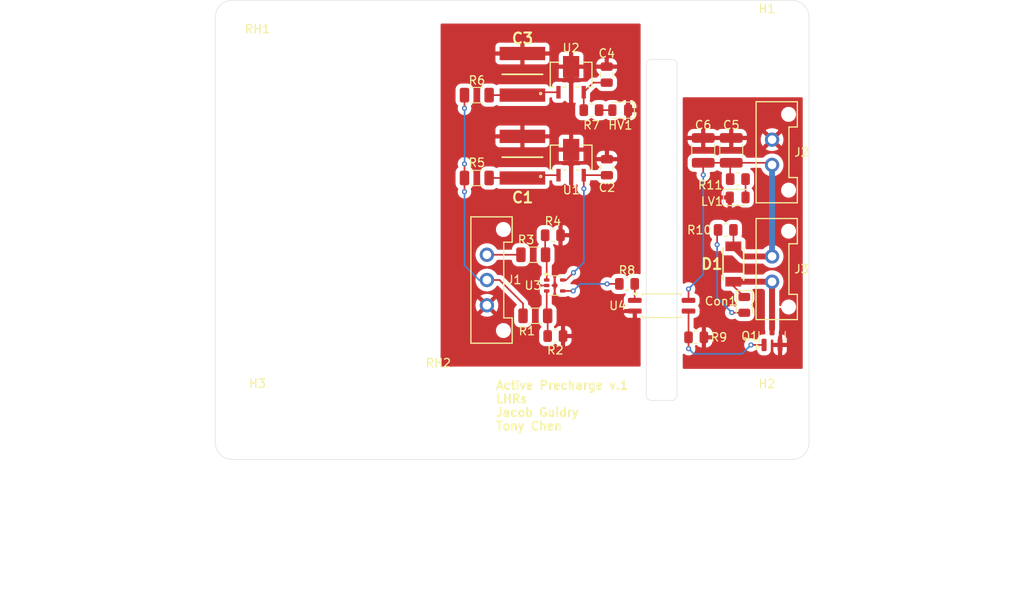
<source format=kicad_pcb>
(kicad_pcb (version 20240108) (generator "pcbnew") (generator_version "8.0")
  (layers (0 "F.Cu" signal) (31 "B.Cu" signal) (34 "B.Paste" user) (35 "F.Paste" user) (36 "B.SilkS" user "B.Silkscreen") (37 "F.SilkS" user "F.Silkscreen") (38 "B.Mask" user) (39 "F.Mask" user) (44 "Edge.Cuts" user))
  (net 0 "")
  (net 1 "+12V")
  (net 2 "LVGND")
  (net 3 "Net-(U1-IN)")
  (net 4 "HVGND")
  (net 5 "/SignalHV")
  (net 6 "/Vref")
  (net 7 "/Vin")
  (net 8 "HVRef")
  (net 9 "/HVIn")
  (net 10 "/SignalLV")
  (net 11 "Net-(HV1-A)")
  (net 12 "Net-(LV1-A)")
  (net 13 "Net-(U2-OUT)")
  (net 14 "Net-(Con1-K)")
  (net 15 "Net-(U2-IN)")
  (net 16 "/Vcc+")
  (net 17 "Net-(R8-Pad2)")
  (net 18 "Net-(Con1-A)")
  (footprint "Resistor_SMD:R_1206_3216Metric" (layer "F.Cu") (at 112.25 105.7)
    (property "Reference" "R1" (at -1 1.8 0) (layer "F.SilkS"))
    (property "Value" "110k")
    (fp_line (start -0.727064 -0.91) (end 0.727064 -0.91) (stroke (width 0.12)) (layer "F.SilkS"))
    (fp_line (start -0.727064 0.91) (end 0.727064 0.91) (stroke (width 0.12)) (layer "F.SilkS"))
    (pad "1" smd roundrect (at -1.4625 0) (size 1.125 1.75) (layers "F.Cu" "F.Paste" "F.Mask") (roundrect_rratio 0.222222) (net 8 "HVRef"))
    (pad "2" smd roundrect (at 1.4625 0) (size 1.125 1.75) (layers "F.Cu" "F.Paste" "F.Mask") (roundrect_rratio 0.222222) (net 6 "/Vref"))
  )
  (footprint "Active-PrechargeLib:CAPC5750X220N" (layer "F.Cu") (at 110.7155 77.0245 90)
    (property "Reference" "C3" (at 4.2645 0.0145 180) (layer "F.SilkS") (effects (font (size 1.27 1.27) (thickness 0.254))))
    (property "Value" "2.2u" (hide yes))
    (fp_line (start 0 -2.4) (end 0 2.4) (stroke (width 0.2)) (layer "F.SilkS"))
    (pad "1" smd rect (at -2.47 0 90) (size 1.58 5.41) (layers "F.Cu" "F.Paste" "F.Mask") (net 15 "Net-(U2-IN)"))
    (pad "2" smd rect (at 2.47 0 90) (size 1.58 5.41) (layers "F.Cu" "F.Paste" "F.Mask") (net 4 "HVGND"))
  )
  (footprint "Package_TO_SOT_SMD:SOT-23" (layer "F.Cu") (at 140.36 108.2175 90)
    (property "Reference" "Q1" (at 0.1125 -2.65 0) (layer "F.SilkS"))
    (property "Value" "IRLML0030")
    (fp_line (start 0 -1.56) (end 0.65 -1.56) (stroke (width 0.12)) (layer "F.SilkS"))
    (fp_line (start 0 -1.56) (end -0.65 -1.56) (stroke (width 0.12)) (layer "F.SilkS"))
    (fp_line (start 0 1.56) (end 0.65 1.56) (stroke (width 0.12)) (layer "F.SilkS"))
    (fp_line (start 0 1.56) (end -0.65 1.56) (stroke (width 0.12)) (layer "F.SilkS"))
    (fp_poly (pts (xy -1.1625 -1.51) (xy -1.4025 -1.84) (xy -0.9225 -1.84) (xy -1.1625 -1.51)) (stroke (width 0.12)) (fill solid) (layer "F.SilkS"))
    (pad "1" smd roundrect (at -0.9375 -0.95 90) (size 1.475 0.6) (layers "F.Cu" "F.Paste" "F.Mask") (net 10 "/SignalLV"))
    (pad "2" smd roundrect (at -0.9375 0.95 90) (size 1.475 0.6) (layers "F.Cu" "F.Paste" "F.Mask") (net 2 "LVGND"))
    (pad "3" smd roundrect (at 0.9375 0 90) (size 1.475 0.6) (layers "F.Cu" "F.Paste" "F.Mask") (net 14 "Net-(Con1-K)"))
  )
  (footprint "Resistor_SMD:R_1206_3216Metric" (layer "F.Cu") (at 112 98.45)
    (property "Reference" "R3" (at -0.85 -1.775 0) (layer "F.SilkS"))
    (property "Value" "100k")
    (fp_line (start -0.727064 -0.91) (end 0.727064 -0.91) (stroke (width 0.12)) (layer "F.SilkS"))
    (fp_line (start -0.727064 0.91) (end 0.727064 0.91) (stroke (width 0.12)) (layer "F.SilkS"))
    (pad "1" smd roundrect (at -1.4625 0) (size 1.125 1.75) (layers "F.Cu" "F.Paste" "F.Mask") (roundrect_rratio 0.222222) (net 9 "/HVIn"))
    (pad "2" smd roundrect (at 1.4625 0) (size 1.125 1.75) (layers "F.Cu" "F.Paste" "F.Mask") (roundrect_rratio 0.222222) (net 7 "/Vin"))
  )
  (footprint "Resistor_SMD:R_0805_2012Metric" (layer "F.Cu") (at 114.625 108.1)
    (property "Reference" "R2" (at 0 1.675 0) (layer "F.SilkS"))
    (property "Value" "1k")
    (fp_line (start -0.227064 -0.735) (end 0.227064 -0.735) (stroke (width 0.12)) (layer "F.SilkS"))
    (fp_line (start -0.227064 0.735) (end 0.227064 0.735) (stroke (width 0.12)) (layer "F.SilkS"))
    (pad "1" smd roundrect (at -0.9125 0) (size 1.025 1.4) (layers "F.Cu" "F.Paste" "F.Mask") (roundrect_rratio 0.243902) (net 6 "/Vref"))
    (pad "2" smd roundrect (at 0.9125 0) (size 1.025 1.4) (layers "F.Cu" "F.Paste" "F.Mask") (roundrect_rratio 0.243902) (net 4 "HVGND"))
  )
  (footprint "Resistor_SMD:R_1206_3216Metric" (layer "F.Cu") (at 105.3 89.3345)
    (property "Reference" "R5" (at 0 -1.82 0) (layer "F.SilkS"))
    (property "Value" "10k")
    (fp_line (start -0.727064 -0.91) (end 0.727064 -0.91) (stroke (width 0.12)) (layer "F.SilkS"))
    (fp_line (start -0.727064 0.91) (end 0.727064 0.91) (stroke (width 0.12)) (layer "F.SilkS"))
    (pad "1" smd roundrect (at -1.4625 0) (size 1.125 1.75) (layers "F.Cu" "F.Paste" "F.Mask") (roundrect_rratio 0.222222) (net 8 "HVRef"))
    (pad "2" smd roundrect (at 1.4625 0) (size 1.125 1.75) (layers "F.Cu" "F.Paste" "F.Mask") (roundrect_rratio 0.222222) (net 3 "Net-(U1-IN)"))
  )
  (footprint "utsvt-conn:Molex_MicroFit3.0_1x2xP3.00mm_PolarizingPeg_Vertical" (layer "F.Cu") (at 140.36 98.65 -90)
    (property "Reference" "J3" (at 1.5 -3.5 180) (layer "F.SilkS"))
    (property "Value" "Conn_01x02")
    (fp_line (start -4.5 1.9) (end -4.5 -3) (stroke (width 0.15)) (layer "F.SilkS"))
    (fp_line (start 7.5 1.9) (end -4.5 1.9) (stroke (width 0.15)) (layer "F.SilkS"))
    (fp_line (start -1.5 -2) (end 4.5 -2) (stroke (width 0.15)) (layer "F.SilkS"))
    (fp_line (start 4.5 -2) (end 4.5 -3) (stroke (width 0.15)) (layer "F.SilkS"))
    (fp_line (start -4.5 -3) (end -1.5 -3) (stroke (width 0.15)) (layer "F.SilkS"))
    (fp_line (start -1.5 -3) (end -1.5 -2) (stroke (width 0.15)) (layer "F.SilkS"))
    (fp_line (start 4.5 -3) (end 7.5 -3) (stroke (width 0.15)) (layer "F.SilkS"))
    (fp_line (start 7.5 -3) (end 7.5 1.9) (stroke (width 0.15)) (layer "F.SilkS"))
    (pad "" np_thru_hole circle (at -3 -1.96 270) (size 1.27 1.27) (drill 1.27) (layers "*.Cu" "*.Mask"))
    (pad "" np_thru_hole circle (at 6 -1.96 270) (size 1.27 1.27) (drill 1.27) (layers "*.Cu" "*.Mask"))
    (pad "1" thru_hole circle (at 0 0 270) (size 1.7 1.7) (drill 1.02) (layers "*.Cu" "*.Mask") (net 1 "+12V"))
    (pad "2" thru_hole circle (at 3 0 270) (size 1.7 1.7) (drill 1.02) (layers "*.Cu" "*.Mask") (net 14 "Net-(Con1-K)"))
  )
  (footprint "Capacitor_SMD:C_0805_2012Metric" (layer "F.Cu") (at 120.75 88.0545 90)
    (property "Reference" "C2" (at -2.4155 0.01 180) (layer "F.SilkS"))
    (property "Value" "22u")
    (fp_line (start -0.261252 -0.735) (end 0.261252 -0.735) (stroke (width 0.12)) (layer "F.SilkS"))
    (fp_line (start -0.261252 0.735) (end 0.261252 0.735) (stroke (width 0.12)) (layer "F.SilkS"))
    (pad "1" smd roundrect (at -0.95 0 90) (size 1 1.45) (layers "F.Cu" "F.Paste" "F.Mask") (net 16 "/Vcc+"))
    (pad "2" smd roundrect (at 0.95 0 90) (size 1 1.45) (layers "F.Cu" "F.Paste" "F.Mask") (net 4 "HVGND"))
  )
  (footprint "Resistor_SMD:R_0805_2012Metric" (layer "F.Cu") (at 123.1375 101.91)
    (property "Reference" "R8" (at -0.0075 -1.6 180) (layer "F.SilkS"))
    (property "Value" "1.91k")
    (fp_line (start -0.227064 -0.735) (end 0.227064 -0.735) (stroke (width 0.12)) (layer "F.SilkS"))
    (fp_line (start -0.227064 0.735) (end 0.227064 0.735) (stroke (width 0.12)) (layer "F.SilkS"))
    (pad "1" smd roundrect (at -0.9125 0) (size 1.025 1.4) (layers "F.Cu" "F.Paste" "F.Mask") (roundrect_rratio 0.243902) (net 5 "/SignalHV"))
    (pad "2" smd roundrect (at 0.9125 0) (size 1.025 1.4) (layers "F.Cu" "F.Paste" "F.Mask") (roundrect_rratio 0.243902) (net 17 "Net-(R8-Pad2)"))
  )
  (footprint "Package_SO:SOP-4_4.4x2.6mm_P1.27mm" (layer "F.Cu") (at 127.25 104.5)
    (property "Reference" "U4" (at -5.225 0 0) (layer "F.SilkS"))
    (property "Value" "TCMT1106")
    (fp_line (start -2.31 -1.41) (end -2.31 -1.195) (stroke (width 0.12)) (layer "F.SilkS"))
    (fp_line (start -2.31 1.41) (end -2.31 1.195) (stroke (width 0.12)) (layer "F.SilkS"))
    (fp_line (start 0 -1.41) (end -2.31 -1.41) (stroke (width 0.12)) (layer "F.SilkS"))
    (fp_line (start 0 -1.41) (end 2.31 -1.41) (stroke (width 0.12)) (layer "F.SilkS"))
    (fp_line (start 0 1.41) (end -2.31 1.41) (stroke (width 0.12)) (layer "F.SilkS"))
    (fp_line (start 0 1.41) (end 2.31 1.41) (stroke (width 0.12)) (layer "F.SilkS"))
    (fp_line (start 2.31 -1.41) (end 2.31 -1.195) (stroke (width 0.12)) (layer "F.SilkS"))
    (fp_line (start 2.31 1.41) (end 2.31 1.195) (stroke (width 0.12)) (layer "F.SilkS"))
    (fp_poly (pts (xy -3.1 -1.195) (xy -3.34 -1.525) (xy -2.86 -1.525) (xy -3.1 -1.195)) (stroke (width 0.12)) (fill solid) (layer "F.SilkS"))
    (pad "1" smd roundrect (at -3.1875 -0.635) (size 1.625 0.6) (layers "F.Cu" "F.Paste" "F.Mask") (net 17 "Net-(R8-Pad2)"))
    (pad "2" smd roundrect (at -3.1875 0.635) (size 1.625 0.6) (layers "F.Cu" "F.Paste" "F.Mask") (net 4 "HVGND"))
    (pad "3" smd roundrect (at 3.1875 0.635) (size 1.625 0.6) (layers "F.Cu" "F.Paste" "F.Mask") (net 10 "/SignalLV"))
    (pad "4" smd roundrect (at 3.1875 -0.635) (size 1.625 0.6) (layers "F.Cu" "F.Paste" "F.Mask") (net 1 "+12V"))
  )
  (footprint "Active-PrechargeLib:CAPC5750X220N" (layer "F.Cu") (at 110.7155 86.8645 90)
    (property "Reference" "C1" (at -4.7955 0.0245 0) (layer "F.SilkS") (effects (font (size 1.27 1.27) (thickness 0.254))))
    (property "Value" "2.2u" (hide yes))
    (fp_line (start 0 -2.4) (end 0 2.4) (stroke (width 0.2)) (layer "F.SilkS"))
    (pad "1" smd rect (at -2.47 0 90) (size 1.58 5.41) (layers "F.Cu" "F.Paste" "F.Mask") (net 3 "Net-(U1-IN)"))
    (pad "2" smd rect (at 2.47 0 90) (size 1.58 5.41) (layers "F.Cu" "F.Paste" "F.Mask") (net 4 "HVGND"))
  )
  (footprint "MountingHole:MountingHole_3mm" (layer "F.Cu") (at 79.25 117.75)
    (property "Reference" "H3" (at 0 -4 0) (layer "F.SilkS"))
    (property "Value" "MountingHole")
    (pad "" np_thru_hole circle (at 0 0) (size 3 3) (drill 3) (layers "*.Cu" "*.Mask"))
  )
  (footprint "Resistor_SMD:R_0805_2012Metric" (layer "F.Cu") (at 118.91 81.28)
    (property "Reference" "R7" (at 0.01 1.78 180) (layer "F.SilkS"))
    (property "Value" "1600")
    (fp_line (start -0.227064 -0.735) (end 0.227064 -0.735) (stroke (width 0.12)) (layer "F.SilkS"))
    (fp_line (start -0.227064 0.735) (end 0.227064 0.735) (stroke (width 0.12)) (layer "F.SilkS"))
    (pad "1" smd roundrect (at -0.9125 0) (size 1.025 1.4) (layers "F.Cu" "F.Paste" "F.Mask") (roundrect_rratio 0.243902) (net 13 "Net-(U2-OUT)"))
    (pad "2" smd roundrect (at 0.9125 0) (size 1.025 1.4) (layers "F.Cu" "F.Paste" "F.Mask") (roundrect_rratio 0.243902) (net 11 "Net-(HV1-A)"))
  )
  (footprint "Capacitor_SMD:C_1210_3225Metric" (layer "F.Cu") (at 132.185 86.055 90)
    (property "Reference" "C6" (at 3.01 -0.005 180) (layer "F.SilkS"))
    (property "Value" "47u")
    (fp_line (start -0.711252 -1.36) (end 0.711252 -1.36) (stroke (width 0.12)) (layer "F.SilkS"))
    (fp_line (start -0.711252 1.36) (end 0.711252 1.36) (stroke (width 0.12)) (layer "F.SilkS"))
    (pad "1" smd roundrect (at -1.475 0 90) (size 1.15 2.7) (layers "F.Cu" "F.Paste" "F.Mask") (roundrect_rratio 0.217391) (net 1 "+12V"))
    (pad "2" smd roundrect (at 1.475 0 90) (size 1.15 2.7) (layers "F.Cu" "F.Paste" "F.Mask") (roundrect_rratio 0.217391) (net 2 "LVGND"))
  )
  (footprint "MountingHole:MountingHole_3.2mm_M3" (layer "F.Cu") (at 100.7 115.5)
    (property "Reference" "RH2" (at 0.03 -4.19 0) (layer "F.SilkS"))
    (property "Value" "MountingHole")
    (pad "" np_thru_hole circle (at 0 0) (size 3.2 3.2) (drill 3.2) (layers "*.Cu" "*.Mask"))
  )
  (footprint "Active-PrechargeLib:SODFL4724X108N" (layer "F.Cu") (at 135.76 99.55 -90)
    (property "Reference" "D1" (at 0 2.55 180) (layer "F.SilkS") (effects (font (size 1.27 1.27) (thickness 0.254))))
    (property "Value" "D" (hide yes))
    (fp_line (start -1.9 1.225) (end 1.9 1.225) (stroke (width 0.2)) (layer "F.SilkS"))
    (fp_line (start -2.67 -1.225) (end 1.9 -1.225) (stroke (width 0.2)) (layer "F.SilkS"))
    (pad "1" smd rect (at -2.1 0 270) (size 1.14 1.89) (layers "F.Cu" "F.Paste" "F.Mask") (net 1 "+12V"))
    (pad "2" smd rect (at 2.1 0 270) (size 1.14 1.89) (layers "F.Cu" "F.Paste" "F.Mask") (net 14 "Net-(Con1-K)"))
  )
  (footprint "Capacitor_SMD:C_1210_3225Metric" (layer "F.Cu") (at 135.51 86.055 90)
    (property "Reference" "C5" (at 3 0.01 180) (layer "F.SilkS"))
    (property "Value" "47u")
    (fp_line (start -0.711252 -1.36) (end 0.711252 -1.36) (stroke (width 0.12)) (layer "F.SilkS"))
    (fp_line (start -0.711252 1.36) (end 0.711252 1.36) (stroke (width 0.12)) (layer "F.SilkS"))
    (pad "1" smd roundrect (at -1.475 0 90) (size 1.15 2.7) (layers "F.Cu" "F.Paste" "F.Mask") (roundrect_rratio 0.217391) (net 1 "+12V"))
    (pad "2" smd roundrect (at 1.475 0 90) (size 1.15 2.7) (layers "F.Cu" "F.Paste" "F.Mask") (roundrect_rratio 0.217391) (net 2 "LVGND"))
  )
  (footprint "Active-PrechargeLib:SOT-89-3_2P7X4P7_ONS" (layer "F.Cu") (at 116.5 86.9045)
    (property "Reference" "U1" (at 0.02 3.8555 0) (layer "F.SilkS"))
    (property "Value" "NCP785AH50T1G")
    (fp_line (start -2.4765 -1.4732) (end -2.4765 1.4732) (stroke (width 0.1524)) (layer "F.SilkS"))
    (fp_line (start -2.4765 1.4732) (end -2.08674 1.4732) (stroke (width 0.1524)) (layer "F.SilkS"))
    (fp_line (start -1.29794 -1.4732) (end -2.4765 -1.4732) (stroke (width 0.1524)) (layer "F.SilkS"))
    (fp_line (start -0.91326 1.4732) (end -0.58674 1.4732) (stroke (width 0.1524)) (layer "F.SilkS"))
    (fp_line (start 0.58674 1.4732) (end 0.91326 1.4732) (stroke (width 0.1524)) (layer "F.SilkS"))
    (fp_line (start 2.08674 1.4732) (end 2.4765 1.4732) (stroke (width 0.1524)) (layer "F.SilkS"))
    (fp_line (start 2.4765 -1.4732) (end 1.29794 -1.4732) (stroke (width 0.1524)) (layer "F.SilkS"))
    (fp_line (start 2.4765 1.4732) (end 2.4765 -1.4732) (stroke (width 0.1524)) (layer "F.SilkS"))
    (fp_circle (center -3.6195 2.2479) (end -3.4925 2.2479) (stroke (width 0.1524)) (fill none) (layer "F.SilkS"))
    (pad "1" smd rect (at -1.5 2.0955) (size 0.508 1.4986) (layers "F.Cu" "F.Paste" "F.Mask") (net 3 "Net-(U1-IN)"))
    (pad "2" smd rect (at 0 -0.9398 90) (size 2.54 1.9304) (layers "F.Cu" "F.Paste" "F.Mask") (net 4 "HVGND"))
    (pad "2" smd trapezoid (at 0 0.6651 270) (size 0.6698 1.25) (rect_delta 0.6 0) (layers "F.Cu" "F.Paste" "F.Mask") (net 4 "HVGND"))
    (pad "2" smd rect (at 0 1.9224) (size 0.508 1.8448) (layers "F.Cu" "F.Paste" "F.Mask") (net 4 "HVGND"))
    (pad "3" smd rect (at 1.5 2.0955) (size 0.508 1.4986) (layers "F.Cu" "F.Paste" "F.Mask") (net 16 "/Vcc+"))
  )
  (footprint "LED_SMD:LED_0805_2012Metric" (layer "F.Cu") (at 136.2725 91.6425)
    (property "Reference" "LV1" (at -3.0525 0.4775 0) (layer "F.SilkS"))
    (property "Value" "LED")
    (fp_line (start -1.685 -0.96) (end -1.685 0.96) (stroke (width 0.12)) (layer "F.SilkS"))
    (fp_line (start -1.685 0.96) (end 1 0.96) (stroke (width 0.12)) (layer "F.SilkS"))
    (fp_line (start 1 -0.96) (end -1.685 -0.96) (stroke (width 0.12)) (layer "F.SilkS"))
    (pad "1" smd roundrect (at -0.9375 0) (size 0.975 1.4) (layers "F.Cu" "F.Paste" "F.Mask") (net 2 "LVGND"))
    (pad "2" smd roundrect (at 0.9375 0) (size 0.975 1.4) (layers "F.Cu" "F.Paste" "F.Mask") (net 12 "Net-(LV1-A)"))
  )
  (footprint "Resistor_SMD:R_0805_2012Metric" (layer "F.Cu") (at 131.35 108.25)
    (property "Reference" "R9" (at 2.7 0 180) (layer "F.SilkS"))
    (property "Value" "10k")
    (fp_line (start -0.227064 -0.735) (end 0.227064 -0.735) (stroke (width 0.12)) (layer "F.SilkS"))
    (fp_line (start -0.227064 0.735) (end 0.227064 0.735) (stroke (width 0.12)) (layer "F.SilkS"))
    (pad "1" smd roundrect (at -0.9125 0) (size 1.025 1.4) (layers "F.Cu" "F.Paste" "F.Mask") (roundrect_rratio 0.243902) (net 10 "/SignalLV"))
    (pad "2" smd roundrect (at 0.9125 0) (size 1.025 1.4) (layers "F.Cu" "F.Paste" "F.Mask") (roundrect_rratio 0.243902) (net 2 "LVGND"))
  )
  (footprint "Resistor_SMD:R_0805_2012Metric" (layer "F.Cu") (at 136.2975 89.4675)
    (property "Reference" "R11" (at -3.2775 0.7125 0) (layer "F.SilkS"))
    (property "Value" "5k")
    (fp_line (start -0.227064 -0.735) (end 0.227064 -0.735) (stroke (width 0.12)) (layer "F.SilkS"))
    (fp_line (start -0.227064 0.735) (end 0.227064 0.735) (stroke (width 0.12)) (layer "F.SilkS"))
    (pad "1" smd roundrect (at -0.9125 0) (size 1.025 1.4) (layers "F.Cu" "F.Paste" "F.Mask") (roundrect_rratio 0.243902) (net 1 "+12V"))
    (pad "2" smd roundrect (at 0.9125 0) (size 1.025 1.4) (layers "F.Cu" "F.Paste" "F.Mask") (roundrect_rratio 0.243902) (net 12 "Net-(LV1-A)"))
  )
  (footprint "MountingHole:MountingHole_3mm" (layer "F.Cu") (at 139.75 117.75)
    (property "Reference" "H2" (at 0 -3.975 0) (layer "F.SilkS"))
    (property "Value" "MountingHole")
    (pad "" np_thru_hole circle (at 0 0) (size 3 3) (drill 3) (layers "*.Cu" "*.Mask"))
  )
  (footprint "LED_SMD:LED_0805_2012Metric" (layer "F.Cu") (at 137.06 104.4 -90)
    (property "Reference" "Con1" (at -0.44 2.8 180) (layer "F.SilkS"))
    (property "Value" "LED")
    (fp_line (start -1.685 0.96) (end 1 0.96) (stroke (width 0.12)) (layer "F.SilkS"))
    (fp_line (start -1.685 -0.96) (end -1.685 0.96) (stroke (width 0.12)) (layer "F.SilkS"))
    (fp_line (start 1 -0.96) (end -1.685 -0.96) (stroke (width 0.12)) (layer "F.SilkS"))
    (pad "1" smd roundrect (at -0.9375 0 270) (size 0.975 1.4) (layers "F.Cu" "F.Paste" "F.Mask") (net 14 "Net-(Con1-K)"))
    (pad "2" smd roundrect (at 0.9375 0 270) (size 0.975 1.4) (layers "F.Cu" "F.Paste" "F.Mask") (net 18 "Net-(Con1-A)"))
  )
  (footprint "Active-PrechargeLib:SOT-89-3_2P7X4P7_ONS" (layer "F.Cu") (at 116.4955 77.058)
    (property "Reference" "U2" (at -0.0055 -3.158 0) (layer "F.SilkS"))
    (property "Value" "NCP785AH50T1G")
    (fp_line (start -2.4765 -1.4732) (end -2.4765 1.4732) (stroke (width 0.1524)) (layer "F.SilkS"))
    (fp_line (start -2.4765 1.4732) (end -2.08674 1.4732) (stroke (width 0.1524)) (layer "F.SilkS"))
    (fp_line (start -1.29794 -1.4732) (end -2.4765 -1.4732) (stroke (width 0.1524)) (layer "F.SilkS"))
    (fp_line (start -0.91326 1.4732) (end -0.58674 1.4732) (stroke (width 0.1524)) (layer "F.SilkS"))
    (fp_line (start 0.58674 1.4732) (end 0.91326 1.4732) (stroke (width 0.1524)) (layer "F.SilkS"))
    (fp_line (start 2.08674 1.4732) (end 2.4765 1.4732) (stroke (width 0.1524)) (layer "F.SilkS"))
    (fp_line (start 2.4765 -1.4732) (end 1.29794 -1.4732) (stroke (width 0.1524)) (layer "F.SilkS"))
    (fp_line (start 2.4765 1.4732) (end 2.4765 -1.4732) (stroke (width 0.1524)) (layer "F.SilkS"))
    (fp_circle (center -3.6195 2.2479) (end -3.4925 2.2479) (stroke (width 0.1524)) (fill none) (layer "F.SilkS"))
    (pad "1" smd rect (at -1.5 2.0955) (size 0.508 1.4986) (layers "F.Cu" "F.Paste" "F.Mask") (net 15 "Net-(U2-IN)"))
    (pad "2" smd rect (at 0 -0.9398 90) (size 2.54 1.9304) (layers "F.Cu" "F.Paste" "F.Mask") (net 4 "HVGND"))
    (pad "2" smd trapezoid (at 0 0.6651 270) (size 0.6698 1.25) (rect_delta 0.6 0) (layers "F.Cu" "F.Paste" "F.Mask") (net 4 "HVGND"))
    (pad "2" smd rect (at 0 1.9224) (size 0.508 1.8448) (layers "F.Cu" "F.Paste" "F.Mask") (net 4 "HVGND"))
    (pad "3" smd rect (at 1.5 2.0955) (size 0.508 1.4986) (layers "F.Cu" "F.Paste" "F.Mask") (net 13 "Net-(U2-OUT)"))
  )
  (footprint "Resistor_SMD:R_0805_2012Metric" (layer "F.Cu") (at 134.86 95.5)
    (property "Reference" "R10" (at -3.14 0.01 0) (layer "F.SilkS"))
    (property "Value" "5k")
    (fp_line (start -0.227064 -0.735) (end 0.227064 -0.735) (stroke (width 0.12)) (layer "F.SilkS"))
    (fp_line (start -0.227064 0.735) (end 0.227064 0.735) (stroke (width 0.12)) (layer "F.SilkS"))
    (pad "1" smd roundrect (at -0.9125 0) (size 1.025 1.4) (layers "F.Cu" "F.Paste" "F.Mask") (roundrect_rratio 0.243902) (net 18 "Net-(Con1-A)"))
    (pad "2" smd roundrect (at 0.9125 0) (size 1.025 1.4) (layers "F.Cu" "F.Paste" "F.Mask") (roundrect_rratio 0.243902) (net 1 "+12V"))
  )
  (footprint "Resistor_SMD:R_0805_2012Metric" (layer "F.Cu") (at 114.33 96.13)
    (property "Reference" "R4" (at 0.01 -1.66 180) (layer "F.SilkS"))
    (property "Value" "1k")
    (fp_line (start -0.227064 -0.735) (end 0.227064 -0.735) (stroke (width 0.12)) (layer "F.SilkS"))
    (fp_line (start -0.227064 0.735) (end 0.227064 0.735) (stroke (width 0.12)) (layer "F.SilkS"))
    (pad "1" smd roundrect (at -0.9125 0) (size 1.025 1.4) (layers "F.Cu" "F.Paste" "F.Mask") (roundrect_rratio 0.243902) (net 7 "/Vin"))
    (pad "2" smd roundrect (at 0.9125 0) (size 1.025 1.4) (layers "F.Cu" "F.Paste" "F.Mask") (roundrect_rratio 0.243902) (net 4 "HVGND"))
  )
  (footprint "MountingHole:MountingHole_3.2mm_M3" (layer "F.Cu") (at 79.25 75.85)
    (property "Reference" "RH1" (at 0 -4.2 0) (layer "F.SilkS"))
    (property "Value" "MountingHole")
    (pad "" np_thru_hole circle (at 0 0) (size 3.2 3.2) (drill 3.2) (layers "F&B.Cu" "*.Mask"))
  )
  (footprint "Resistor_SMD:R_1206_3216Metric" (layer "F.Cu") (at 105.3 79.4945 180)
    (property "Reference" "R6" (at -0.01 1.7445 0) (layer "F.SilkS"))
    (property "Value" "10k")
    (fp_line (start -0.727064 0.91) (end 0.727064 0.91) (stroke (width 0.12)) (layer "F.SilkS"))
    (fp_line (start -0.727064 -0.91) (end 0.727064 -0.91) (stroke (width 0.12)) (layer "F.SilkS"))
    (pad "1" smd roundrect (at -1.4625 0 180) (size 1.125 1.75) (layers "F.Cu" "F.Paste" "F.Mask") (roundrect_rratio 0.222222) (net 15 "Net-(U2-IN)"))
    (pad "2" smd roundrect (at 1.4625 0 180) (size 1.125 1.75) (layers "F.Cu" "F.Paste" "F.Mask") (roundrect_rratio 0.222222) (net 8 "HVRef"))
  )
  (footprint "Package_TO_SOT_SMD:SOT-353_SC-70-5" (layer "F.Cu") (at 114.55 102.1)
    (property "Reference" "U3" (at -2.575 0 0) (layer "F.SilkS"))
    (property "Value" "TLV9301xDCK")
    (fp_line (start -0.71 -1.16) (end 0.7 -1.16) (stroke (width 0.12)) (layer "F.SilkS"))
    (fp_line (start -0.7 1.16) (end 0.7 1.16) (stroke (width 0.12)) (layer "F.SilkS"))
    (fp_poly (pts (xy -1.08 -1.11) (xy -1.32 -1.44) (xy -0.84 -1.44) (xy -1.08 -1.11)) (stroke (width 0.12)) (fill solid) (layer "F.SilkS"))
    (pad "1" smd roundrect (at -0.95 -0.65) (size 0.65 0.4) (layers "F.Cu" "F.Paste" "F.Mask") (net 7 "/Vin"))
    (pad "2" smd roundrect (at -0.95 0) (size 0.65 0.4) (layers "F.Cu" "F.Paste" "F.Mask") (net 4 "HVGND"))
    (pad "3" smd roundrect (at -0.95 0.65) (size 0.65 0.4) (layers "F.Cu" "F.Paste" "F.Mask") (net 6 "/Vref"))
    (pad "4" smd roundrect (at 0.95 0.65) (size 0.65 0.4) (layers "F.Cu" "F.Paste" "F.Mask") (net 5 "/SignalHV"))
    (pad "5" smd roundrect (at 0.95 -0.65) (size 0.65 0.4) (layers "F.Cu" "F.Paste" "F.Mask") (net 16 "/Vcc+"))
  )
  (footprint "MountingHole:MountingHole_3mm" (layer "F.Cu") (at 139.75 73.25)
    (property "Reference" "H1" (at 0 -4 0) (layer "F.SilkS"))
    (property "Value" "MountingHole")
    (pad "" np_thru_hole circle (at 0 0) (size 3 3) (drill 3) (layers "*.Cu" "*.Mask"))
  )
  (footprint "LED_SMD:LED_0805_2012Metric" (layer "F.Cu") (at 122.33 81.28 180)
    (property "Reference" "HV1" (at -0.01 -1.79 180) (layer "F.SilkS"))
    (property "Value" "LED")
    (fp_line (start 1 -0.96) (end -1.685 -0.96) (stroke (width 0.12)) (layer "F.SilkS"))
    (fp_line (start -1.685 0.96) (end 1 0.96) (stroke (width 0.12)) (layer "F.SilkS"))
    (fp_line (start -1.685 -0.96) (end -1.685 0.96) (stroke (width 0.12)) (layer "F.SilkS"))
    (pad "1" smd roundrect (at -0.9375 0 180) (size 0.975 1.4) (layers "F.Cu" "F.Paste" "F.Mask") (net 4 "HVGND"))
    (pad "2" smd roundrect (at 0.9375 0 180) (size 0.975 1.4) (layers "F.Cu" "F.Paste" "F.Mask") (net 11 "Net-(HV1-A)"))
  )
  (footprint "Capacitor_SMD:C_0805_2012Metric" (layer "F.Cu") (at 120.7255 77.0645 90)
    (property "Reference" "C4" (at 2.5245 0.0045 180) (layer "F.SilkS"))
    (property "Value" "22u")
    (fp_line (start -0.261252 -0.735) (end 0.261252 -0.735) (stroke (width 0.12)) (layer "F.SilkS"))
    (fp_line (start -0.261252 0.735) (end 0.261252 0.735) (stroke (width 0.12)) (layer "F.SilkS"))
    (pad "1" smd roundrect (at -0.95 0 90) (size 1 1.45) (layers "F.Cu" "F.Paste" "F.Mask") (net 13 "Net-(U2-OUT)"))
    (pad "2" smd roundrect (at 0.95 0 90) (size 1 1.45) (layers "F.Cu" "F.Paste" "F.Mask") (net 4 "HVGND"))
  )
  (footprint "utsvt-conn:Molex_MicroFit3.0_1x3xP3.00mm_PolarizingPeg_Vertical" (layer "F.Cu") (at 106.5 98.45 -90)
    (property "Reference" "J1" (at 2.975 -3.25 0) (layer "F.SilkS"))
    (property "Value" "Conn_01x03")
    (fp_line (start -4.5 1.9) (end -4.5 -3) (stroke (width 0.15)) (layer "F.SilkS"))
    (fp_line (start 10.5 1.9) (end -4.5 1.9) (stroke (width 0.15)) (layer "F.SilkS"))
    (fp_line (start -1.5 -2) (end 7.5 -2) (stroke (width 0.15)) (layer "F.SilkS"))
    (fp_line (start 7.5 -2) (end 7.5 -3) (stroke (width 0.15)) (layer "F.SilkS"))
    (fp_line (start -4.5 -3) (end -1.5 -3) (stroke (width 0.15)) (layer "F.SilkS"))
    (fp_line (start -1.5 -3) (end -1.5 -2) (stroke (width 0.15)) (layer "F.SilkS"))
    (fp_line (start 7.5 -3) (end 10.5 -3) (stroke (width 0.15)) (layer "F.SilkS"))
    (fp_line (start 10.5 -3) (end 10.5 1.9) (stroke (width 0.15)) (layer "F.SilkS"))
    (pad "" np_thru_hole circle (at -3 -1.96 270) (size 1.27 1.27) (drill 1.27) (layers "*.Cu" "*.Mask"))
    (pad "" np_thru_hole circle (at 9 -1.96 270) (size 1.27 1.27) (drill 1.27) (layers "*.Cu" "*.Mask"))
    (pad "1" thru_hole circle (at 0 0 270) (size 1.7 1.7) (drill 1.02) (layers "*.Cu" "*.Mask") (net 9 "/HVIn"))
    (pad "2" thru_hole circle (at 3 0 270) (size 1.7 1.7) (drill 1.02) (layers "*.Cu" "*.Mask") (net 8 "HVRef"))
    (pad "3" thru_hole circle (at 6 0 270) (size 1.7 1.7) (drill 1.02) (layers "*.Cu" "*.Mask") (net 4 "HVGND"))
  )
  (footprint "utsvt-conn:Molex_MicroFit3.0_1x2xP3.00mm_PolarizingPeg_Vertical" (layer "F.Cu") (at 140.36 84.78 -90)
    (property "Reference" "J2" (at 1.5 -3.5 180) (layer "F.SilkS"))
    (property "Value" "Conn_01x02")
    (fp_line (start -4.5 1.9) (end -4.5 -3) (stroke (width 0.15)) (layer "F.SilkS"))
    (fp_line (start 7.5 1.9) (end -4.5 1.9) (stroke (width 0.15)) (layer "F.SilkS"))
    (fp_line (start -1.5 -2) (end 4.5 -2) (stroke (width 0.15)) (layer "F.SilkS"))
    (fp_line (start 4.5 -2) (end 4.5 -3) (stroke (width 0.15)) (layer "F.SilkS"))
    (fp_line (start -4.5 -3) (end -1.5 -3) (stroke (width 0.15)) (layer "F.SilkS"))
    (fp_line (start -1.5 -3) (end -1.5 -2) (stroke (width 0.15)) (layer "F.SilkS"))
    (fp_line (start 4.5 -3) (end 7.5 -3) (stroke (width 0.15)) (layer "F.SilkS"))
    (fp_line (start 7.5 -3) (end 7.5 1.9) (stroke (width 0.15)) (layer "F.SilkS"))
    (pad "" np_thru_hole circle (at -3 -1.96 270) (size 1.27 1.27) (drill 1.27) (layers "*.Cu" "*.Mask"))
    (pad "" np_thru_hole circle (at 6 -1.96 270) (size 1.27 1.27) (drill 1.27) (layers "*.Cu" "*.Mask"))
    (pad "1" thru_hole circle (at 0 0 270) (size 1.7 1.7) (drill 1.02) (layers "*.Cu" "*.Mask") (net 2 "LVGND"))
    (pad "2" thru_hole circle (at 3 0 270) (size 1.7 1.7) (drill 1.02) (layers "*.Cu" "*.Mask") (net 1 "+12V"))
  )
  (gr_line (start 128.475 75.25) (end 126.03 75.25) (stroke (width 0.05)) (layer "Edge.Cuts"))
  (gr_arc (start 74.25 70.25) (mid 74.835782 68.835782) (end 76.25 68.25) (stroke (width 0.05)) (layer "Edge.Cuts"))
  (gr_arc (start 126.055 115.75) (mid 125.612096 115.584299) (end 125.425 115.15) (stroke (width 0.05)) (layer "Edge.Cuts"))
  (gr_line (start 129.075 115.15) (end 129.075 75.85) (stroke (width 0.05)) (layer "Edge.Cuts"))
  (gr_arc (start 76.25 122.75) (mid 74.835786 122.164214) (end 74.25 120.75) (stroke (width 0.05)) (layer "Edge.Cuts"))
  (gr_line (start 125.425 75.85) (end 125.425 115.15) (stroke (width 0.05)) (layer "Edge.Cuts"))
  (gr_line (start 144.75 70.25) (end 144.75 120.75) (stroke (width 0.05)) (layer "Edge.Cuts"))
  (gr_arc (start 144.75 120.75) (mid 144.164214 122.164214) (end 142.75 122.75) (stroke (width 0.05)) (layer "Edge.Cuts"))
  (gr_line (start 142.75 122.75) (end 76.25 122.75) (stroke (width 0.05)) (layer "Edge.Cuts"))
  (gr_arc (start 142.75 68.25) (mid 144.164217 68.835783) (end 144.75 70.25) (stroke (width 0.05)) (layer "Edge.Cuts"))
  (gr_line (start 76.25 68.25) (end 142.75 68.25) (stroke (width 0.05)) (layer "Edge.Cuts"))
  (gr_line (start 126.055 115.75) (end 128.475 115.75) (stroke (width 0.05)) (layer "Edge.Cuts"))
  (gr_arc (start 125.425 75.85) (mid 125.60325 75.424714) (end 126.03 75.25) (stroke (width 0.05)) (layer "Edge.Cuts"))
  (gr_arc (start 128.475 75.25) (mid 128.89925 75.42575) (end 129.075 75.85) (stroke (width 0.05)) (layer "Edge.Cuts"))
  (gr_line (start 74.25 120.75) (end 74.25 70.25) (stroke (width 0.05)) (layer "Edge.Cuts"))
  (gr_arc (start 129.075 115.15) (mid 128.89925 115.57425) (end 128.475 115.75) (stroke (width 0.05)) (layer "Edge.Cuts"))
  (gr_text "Active Precharge v.1\nLHRs\nJacob Guidry\nTony Chen" (at 107.48 119.37 0) (layer "F.SilkS") (effects (font (size 1 1) (thickness 0.2) (bold yes)) (justify left bottom)))
  (segment (start 130.45 102.5) (end 130.4375 102.5125) (width 0.2) (layer "F.Cu") (net 1))
  (segment (start 132.185 87.53) (end 132.185 88.96) (width 0.2) (layer "F.Cu") (net 1))
  (segment (start 135.86 87.53) (end 140.11 87.53) (width 0.2) (layer "F.Cu") (net 1))
  (segment (start 135.385 89.4675) (end 135.385 87.655) (width 0.2) (layer "F.Cu") (net 1))
  (segment (start 135.385 87.655) (end 135.51 87.53) (width 0.2) (layer "F.Cu") (net 1))
  (segment (start 140.11 87.53) (end 140.36 87.78) (width 0.2) (layer "F.Cu") (net 1))
  (segment (start 136.96 98.65) (end 135.76 97.45) (width 0.7) (layer "F.Cu") (net 1))
  (segment (start 130.4375 103.865) (end 130.4375 102.5125) (width 0.2) (layer "F.Cu") (net 1))
  (segment (start 135.7725 95.5) (end 135.7725 97.4375) (width 0.2) (layer "F.Cu") (net 1))
  (segment (start 132.185 88.96) (end 132.19 88.965) (width 0.2) (layer "F.Cu") (net 1))
  (segment (start 140.36 98.65) (end 136.96 98.65) (width 0.7) (layer "F.Cu") (net 1))
  (segment (start 135.51 87.53) (end 132.185 87.53) (width 0.2) (layer "F.Cu") (net 1))
  (segment (start 135.7725 97.4375) (end 135.76 97.45) (width 0.2) (layer "F.Cu") (net 1))
  (via (at 132.19 88.965) (size 0.6) (drill 0.3) (layers "F.Cu" "B.Cu") (net 1))
  (via (at 130.4375 102.5125) (size 0.6) (drill 0.3) (layers "F.Cu" "B.Cu") (net 1))
  (segment (start 132.19 100.76) (end 130.4375 102.5125) (width 0.2) (layer "B.Cu") (net 1))
  (segment (start 132.19 88.965) (end 132.19 100.76) (width 0.2) (layer "B.Cu") (net 1))
  (segment (start 140.36 98.65) (end 140.36 87.78) (width 0.7) (layer "B.Cu") (net 1))
  (segment (start 110.7155 89.3345) (end 106.7625 89.3345) (width 0.2) (layer "F.Cu") (net 3))
  (segment (start 111.05 89) (end 110.7155 89.3345) (width 0.2) (layer "F.Cu") (net 3))
  (segment (start 115 89) (end 111.05 89) (width 0.2) (layer "F.Cu") (net 3))
  (segment (start 113.6 102.1) (end 112.7 102.1) (width 0.2) (layer "F.Cu") (net 4))
  (segment (start 115.5 102.75) (end 116.6 102.75) (width 0.2) (layer "F.Cu") (net 5))
  (segment (start 120.77 101.91) (end 122.225 101.91) (width 0.2) (layer "F.Cu") (net 5))
  (segment (start 116.6 102.75) (end 116.75 102.75) (width 0.2) (layer "F.Cu") (net 5))
  (via (at 120.77 101.91) (size 0.6) (drill 0.3) (layers "F.Cu" "B.Cu") (net 5))
  (via (at 116.75 102.75) (size 0.6) (drill 0.3) (layers "F.Cu" "B.Cu") (net 5))
  (segment (start 117.59 101.91) (end 116.75 102.75) (width 0.2) (layer "B.Cu") (net 5))
  (segment (start 120.77 101.91) (end 117.59 101.91) (width 0.2) (layer "B.Cu") (net 5))
  (segment (start 113.6 102.75) (end 113.6 105.5875) (width 0.2) (layer "F.Cu") (net 6))
  (segment (start 113.6 105.5875) (end 113.7125 105.7) (width 0.2) (layer "F.Cu") (net 6))
  (segment (start 113.7125 105.7) (end 113.7125 108.1) (width 0.2) (layer "F.Cu") (net 6))
  (segment (start 113.4125 98.15) (end 113.7125 98.45) (width 0.2) (layer "F.Cu") (net 7))
  (segment (start 113.4 98.3875) (end 113.4625 98.45) (width 0.2) (layer "F.Cu") (net 7))
  (segment (start 113.6 98.5625) (end 113.7125 98.45) (width 0.2) (layer "F.Cu") (net 7))
  (segment (start 113.6 101.45) (end 113.6 98.5625) (width 0.2) (layer "F.Cu") (net 7))
  (segment (start 113.4175 98.405) (end 113.4625 98.45) (width 0.2) (layer "F.Cu") (net 7))
  (segment (start 113.4175 96.13) (end 113.4175 98.405) (width 0.2) (layer "F.Cu") (net 7))
  (segment (start 103.8375 87.66) (end 103.8375 89.3345) (width 0.2) (layer "F.Cu") (net 8))
  (segment (start 103.8375 81.0575) (end 103.8375 79.4945) (width 0.2) (layer "F.Cu") (net 8))
  (segment (start 110.7875 104.2375) (end 108 101.45) (width 0.2) (layer "F.Cu") (net 8))
  (segment (start 110.7875 105.7) (end 110.7875 104.2375) (width 0.2) (layer "F.Cu") (net 8))
  (segment (start 108 101.45) (end 106.5 101.45) (width 0.2) (layer "F.Cu") (net 8))
  (segment (start 103.84 81.06) (end 103.8375 81.0575) (width 0.2) (layer "F.Cu") (net 8))
  (segment (start 103.8375 89.3345) (end 103.8375 90.9645) (width 0.2) (layer "F.Cu") (net 8))
  (via (at 103.84 81.06) (size 0.6) (drill 0.3) (layers "F.Cu" "B.Cu") (net 8))
  (via (at 103.8375 90.9645) (size 0.6) (drill 0.3) (layers "F.Cu" "B.Cu") (net 8))
  (via (at 103.8375 87.66) (size 0.6) (drill 0.3) (layers "F.Cu" "B.Cu") (net 8))
  (segment (start 103.85 87.6475) (end 103.85 81.07) (width 0.2) (layer "B.Cu") (net 8))
  (segment (start 105.57 101.45) (end 103.8375 99.7175) (width 0.2) (layer "B.Cu") (net 8))
  (segment (start 103.8375 99.7175) (end 103.8375 90.9645) (width 0.2) (layer "B.Cu") (net 8))
  (segment (start 103.85 81.07) (end 103.84 81.06) (width 0.2) (layer "B.Cu") (net 8))
  (segment (start 103.8375 87.66) (end 103.85 87.6475) (width 0.2) (layer "B.Cu") (net 8))
  (segment (start 106.5 101.45) (end 105.57 101.45) (width 0.2) (layer "B.Cu") (net 8))
  (segment (start 110.5375 98.45) (end 106.5 98.45) (width 0.2) (layer "F.Cu") (net 9))
  (segment (start 130.4375 105.135) (end 130.4375 108.25) (width 0.2) (layer "F.Cu") (net 10))
  (segment (start 137.85 109.16) (end 137.855 109.155) (width 0.2) (layer "F.Cu") (net 10))
  (segment (start 130.4375 109.5875) (end 130.45 109.6) (width 0.2) (layer "F.Cu") (net 10))
  (segment (start 137.855 109.155) (end 139.41 109.155) (width 0.2) (layer "F.Cu") (net 10))
  (segment (start 130.4375 108.25) (end 130.4375 109.5875) (width 0.2) (layer "F.Cu") (net 10))
  (via (at 137.85 109.16) (size 0.6) (drill 0.3) (layers "F.Cu" "B.Cu") (net 10))
  (via (at 130.45 109.6) (size 0.6) (drill 0.3) (layers "F.Cu" "B.Cu") (net 10))
  (segment (start 136.79 110.22) (end 137.85 109.16) (width 0.2) (layer "B.Cu") (net 10))
  (segment (start 131.07 110.22) (end 136.79 110.22) (width 0.2) (layer "B.Cu") (net 10))
  (segment (start 130.45 109.6) (end 131.07 110.22) (width 0.2) (layer "B.Cu") (net 10))
  (segment (start 119.8225 81.28) (end 121.3925 81.28) (width 0.2) (layer "F.Cu") (net 11))
  (segment (start 137.21 89.4675) (end 137.21 91.6425) (width 0.2) (layer "F.Cu") (net 12))
  (segment (start 120.7255 78.0145) (end 119.1345 78.0145) (width 0.2) (layer "F.Cu") (net 13))
  (segment (start 117.9955 81.278) (end 117.9975 81.28) (width 0.2) (layer "F.Cu") (net 13))
  (segment (start 117.9955 79.1535) (end 117.9955 81.278) (width 0.2) (layer "F.Cu") (net 13))
  (segment (start 120.733 78.022) (end 120.7255 78.0145) (width 0.2) (layer "F.Cu") (net 13))
  (segment (start 119.1345 78.0145) (end 117.9955 79.1535) (width 0.2) (layer "F.Cu") (net 13))
  (segment (start 140.36 105.89) (end 140.35 105.9) (width 0.7) (layer "F.Cu") (net 14))
  (segment (start 140.36 101.65) (end 140.36 105.89) (width 0.7) (layer "F.Cu") (net 14))
  (segment (start 140.36 101.65) (end 135.76 101.65) (width 0.7) (layer "F.Cu") (net 14))
  (segment (start 135.76 101.65) (end 135.76 102.1625) (width 0.2) (layer "F.Cu") (net 14))
  (segment (start 135.76 102.1625) (end 137.06 103.4625) (width 0.2) (layer "F.Cu") (net 14))
  (segment (start 140.36 101.65) (end 140.36 107.28) (width 0.7) (layer "F.Cu") (net 14))
  (segment (start 110.7155 79.4945) (end 106.7625 79.4945) (width 0.2) (layer "F.Cu") (net 15))
  (segment (start 114.9955 79.1535) (end 111.0565 79.1535) (width 0.2) (layer "F.Cu") (net 15))
  (segment (start 111.0565 79.1535) (end 110.7155 79.4945) (width 0.2) (layer "F.Cu") (net 15))
  (segment (start 118 90.589) (end 118 89) (width 0.2) (layer "F.Cu") (net 16))
  (segment (start 115.5 101.45) (end 115.91 101.45) (width 0.2) (layer "F.Cu") (net 16))
  (segment (start 115.91 101.45) (end 116.78 100.58) (width 0.2) (layer "F.Cu") (net 16))
  (segment (start 120.7455 89) (end 120.75 89.0045) (width 0.2) (layer "F.Cu") (net 16))
  (segment (start 118.0155 90.6045) (end 118 90.589) (width 0.2) (layer "F.Cu") (net 16))
  (segment (start 118 89) (end 120.7455 89) (width 0.2) (layer "F.Cu") (net 16))
  (via (at 116.78 100.58) (size 0.6) (drill 0.3) (layers "F.Cu" "B.Cu") (net 16))
  (via (at 118.0155 90.6045) (size 0.6) (drill 0.3) (layers "F.Cu" "B.Cu") (net 16))
  (segment (start 118.0155 90.6045) (end 118.0155 99.3445) (width 0.2) (layer "B.Cu") (net 16))
  (segment (start 118.0155 99.3445) (end 116.78 100.58) (width 0.2) (layer "B.Cu") (net 16))
  (segment (start 124.05 103.8525) (end 124.0625 103.865) (width 0.2) (layer "F.Cu") (net 17))
  (segment (start 124.05 101.91) (end 124.05 103.8525) (width 0.2) (layer "F.Cu") (net 17))
  (segment (start 135.5975 105.3375) (end 137.06 105.3375) (width 0.2) (layer "F.Cu") (net 18))
  (segment (start 133.835 95.6125) (end 133.9475 95.5) (width 0.2) (layer "F.Cu") (net 18))
  (segment (start 133.835 97.25) (end 133.835 95.6125) (width 0.2) (layer "F.Cu") (net 18))
  (segment (start 135.5725 105.3125) (end 135.5975 105.3375) (width 0.2) (layer "F.Cu") (net 18))
  (via (at 135.5725 105.3125) (size 0.6) (drill 0.3) (layers "F.Cu" "B.Cu") (net 18))
  (via (at 133.835 97.25) (size 0.6) (drill 0.3) (layers "F.Cu" "B.Cu") (net 18))
  (segment (start 133.835 103.575) (end 135.5725 105.3125) (width 0.2) (layer "B.Cu") (net 18))
  (segment (start 133.835 97.25) (end 133.835 103.575) (width 0.2) (layer "B.Cu") (net 18))
  (zone (net 2) (net_name "LVGND") (layer "F.Cu") (priority 1) (connect_pads (clearance 0.5)) (min_thickness 0.25) (fill yes (thermal_gap 0.5) (thermal_bridge_width 0.5))
    (polygon (pts (xy 129.75 112) (xy 144 112) (xy 144 79.75) (xy 129.75 79.75)))
  )
  (zone (net 4) (net_name "HVGND") (layer "F.Cu") (connect_pads (clearance 0.5)) (min_thickness 0.25) (fill yes (thermal_gap 0.5) (thermal_bridge_width 0.5))
    (polygon (pts (xy 124.75 71) (xy 101 71) (xy 101 111.725) (xy 124.75 111.725)))
  )
)
</source>
